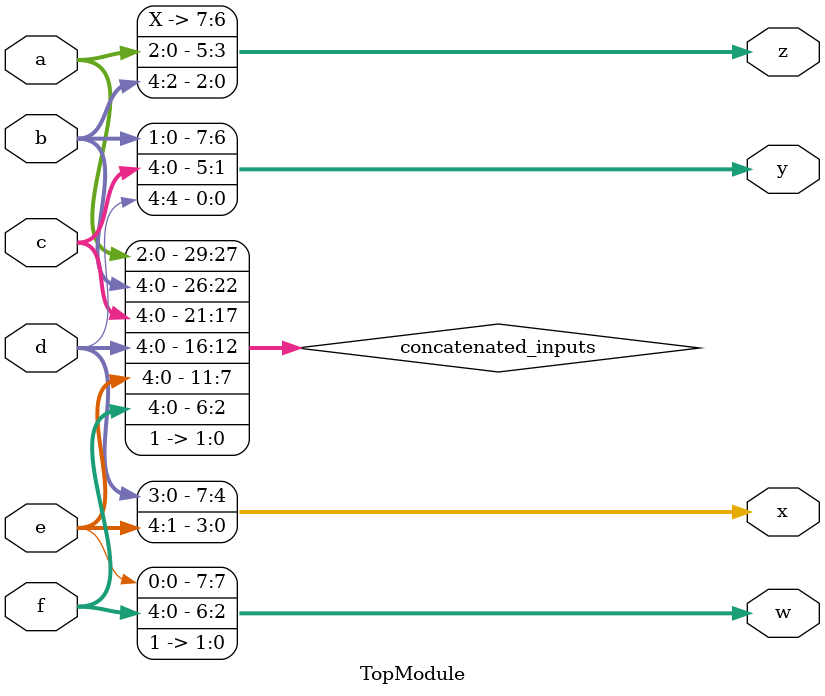
<source format=sv>
module TopModule (
    input logic [4:0] a,
    input logic [4:0] b,
    input logic [4:0] c,
    input logic [4:0] d,
    input logic [4:0] e,
    input logic [4:0] f,
    output logic [7:0] w,
    output logic [7:0] x,
    output logic [7:0] y,
    output logic [7:0] z
);

    logic [29:0] concatenated_inputs;
    
    assign concatenated_inputs = {a, b, c, d, e, f, 2'b11}; // Concatenate inputs and two 1 bits

    assign w = concatenated_inputs[7:0];   // Assign the first 8 bits to w
    assign x = concatenated_inputs[15:8];  // Assign the next 8 bits to x
    assign y = concatenated_inputs[23:16]; // Assign the next 8 bits to y
    assign z = concatenated_inputs[31:24]; // Assign the last 8 bits to z

endmodule
</source>
